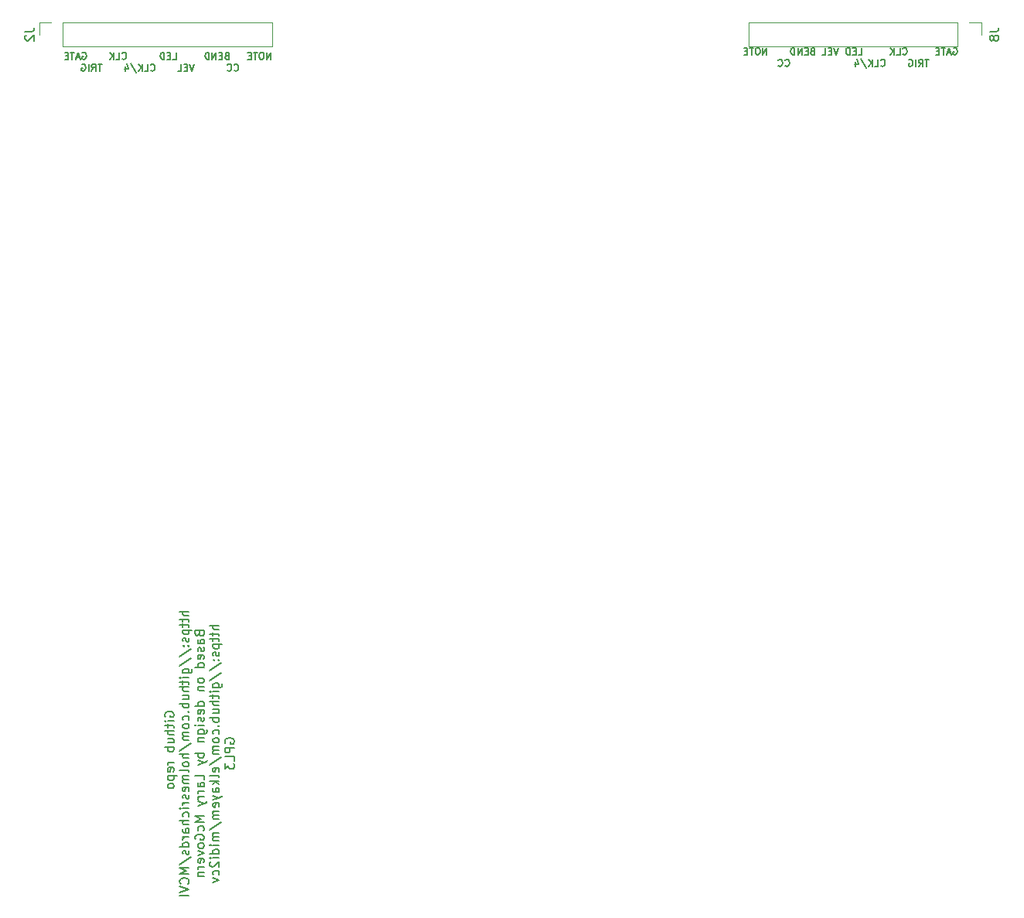
<source format=gbr>
%TF.GenerationSoftware,KiCad,Pcbnew,5.1.9-73d0e3b20d~88~ubuntu20.04.1*%
%TF.CreationDate,2021-03-06T16:45:59-05:00*%
%TF.ProjectId,MCVI,4d435649-2e6b-4696-9361-645f70636258,rev?*%
%TF.SameCoordinates,Original*%
%TF.FileFunction,Legend,Bot*%
%TF.FilePolarity,Positive*%
%FSLAX46Y46*%
G04 Gerber Fmt 4.6, Leading zero omitted, Abs format (unit mm)*
G04 Created by KiCad (PCBNEW 5.1.9-73d0e3b20d~88~ubuntu20.04.1) date 2021-03-06 16:45:59*
%MOMM*%
%LPD*%
G01*
G04 APERTURE LIST*
%ADD10C,0.150000*%
%ADD11C,0.120000*%
G04 APERTURE END LIST*
D10*
X150750000Y-68987500D02*
X150821428Y-68951785D01*
X150928571Y-68951785D01*
X151035714Y-68987500D01*
X151107142Y-69058928D01*
X151142857Y-69130357D01*
X151178571Y-69273214D01*
X151178571Y-69380357D01*
X151142857Y-69523214D01*
X151107142Y-69594642D01*
X151035714Y-69666071D01*
X150928571Y-69701785D01*
X150857142Y-69701785D01*
X150750000Y-69666071D01*
X150714285Y-69630357D01*
X150714285Y-69380357D01*
X150857142Y-69380357D01*
X150428571Y-69487500D02*
X150071428Y-69487500D01*
X150500000Y-69701785D02*
X150250000Y-68951785D01*
X150000000Y-69701785D01*
X149857142Y-68951785D02*
X149428571Y-68951785D01*
X149642857Y-69701785D02*
X149642857Y-68951785D01*
X149178571Y-69308928D02*
X148928571Y-69308928D01*
X148821428Y-69701785D02*
X149178571Y-69701785D01*
X149178571Y-68951785D01*
X148821428Y-68951785D01*
X145214285Y-69630357D02*
X145250000Y-69666071D01*
X145357142Y-69701785D01*
X145428571Y-69701785D01*
X145535714Y-69666071D01*
X145607142Y-69594642D01*
X145642857Y-69523214D01*
X145678571Y-69380357D01*
X145678571Y-69273214D01*
X145642857Y-69130357D01*
X145607142Y-69058928D01*
X145535714Y-68987500D01*
X145428571Y-68951785D01*
X145357142Y-68951785D01*
X145250000Y-68987500D01*
X145214285Y-69023214D01*
X144535714Y-69701785D02*
X144892857Y-69701785D01*
X144892857Y-68951785D01*
X144285714Y-69701785D02*
X144285714Y-68951785D01*
X143857142Y-69701785D02*
X144178571Y-69273214D01*
X143857142Y-68951785D02*
X144285714Y-69380357D01*
X140321428Y-69701785D02*
X140678571Y-69701785D01*
X140678571Y-68951785D01*
X140071428Y-69308928D02*
X139821428Y-69308928D01*
X139714285Y-69701785D02*
X140071428Y-69701785D01*
X140071428Y-68951785D01*
X139714285Y-68951785D01*
X139392857Y-69701785D02*
X139392857Y-68951785D01*
X139214285Y-68951785D01*
X139107142Y-68987500D01*
X139035714Y-69058928D01*
X139000000Y-69130357D01*
X138964285Y-69273214D01*
X138964285Y-69380357D01*
X139000000Y-69523214D01*
X139035714Y-69594642D01*
X139107142Y-69666071D01*
X139214285Y-69701785D01*
X139392857Y-69701785D01*
X138178571Y-68951785D02*
X137928571Y-69701785D01*
X137678571Y-68951785D01*
X137428571Y-69308928D02*
X137178571Y-69308928D01*
X137071428Y-69701785D02*
X137428571Y-69701785D01*
X137428571Y-68951785D01*
X137071428Y-68951785D01*
X136392857Y-69701785D02*
X136750000Y-69701785D01*
X136750000Y-68951785D01*
X135321428Y-69308928D02*
X135214285Y-69344642D01*
X135178571Y-69380357D01*
X135142857Y-69451785D01*
X135142857Y-69558928D01*
X135178571Y-69630357D01*
X135214285Y-69666071D01*
X135285714Y-69701785D01*
X135571428Y-69701785D01*
X135571428Y-68951785D01*
X135321428Y-68951785D01*
X135250000Y-68987500D01*
X135214285Y-69023214D01*
X135178571Y-69094642D01*
X135178571Y-69166071D01*
X135214285Y-69237500D01*
X135250000Y-69273214D01*
X135321428Y-69308928D01*
X135571428Y-69308928D01*
X134821428Y-69308928D02*
X134571428Y-69308928D01*
X134464285Y-69701785D02*
X134821428Y-69701785D01*
X134821428Y-68951785D01*
X134464285Y-68951785D01*
X134142857Y-69701785D02*
X134142857Y-68951785D01*
X133714285Y-69701785D01*
X133714285Y-68951785D01*
X133357142Y-69701785D02*
X133357142Y-68951785D01*
X133178571Y-68951785D01*
X133071428Y-68987500D01*
X133000000Y-69058928D01*
X132964285Y-69130357D01*
X132928571Y-69273214D01*
X132928571Y-69380357D01*
X132964285Y-69523214D01*
X133000000Y-69594642D01*
X133071428Y-69666071D01*
X133178571Y-69701785D01*
X133357142Y-69701785D01*
X130321428Y-69701785D02*
X130321428Y-68951785D01*
X129892857Y-69701785D01*
X129892857Y-68951785D01*
X129392857Y-68951785D02*
X129250000Y-68951785D01*
X129178571Y-68987500D01*
X129107142Y-69058928D01*
X129071428Y-69201785D01*
X129071428Y-69451785D01*
X129107142Y-69594642D01*
X129178571Y-69666071D01*
X129250000Y-69701785D01*
X129392857Y-69701785D01*
X129464285Y-69666071D01*
X129535714Y-69594642D01*
X129571428Y-69451785D01*
X129571428Y-69201785D01*
X129535714Y-69058928D01*
X129464285Y-68987500D01*
X129392857Y-68951785D01*
X128857142Y-68951785D02*
X128428571Y-68951785D01*
X128642857Y-69701785D02*
X128642857Y-68951785D01*
X128178571Y-69308928D02*
X127928571Y-69308928D01*
X127821428Y-69701785D02*
X128178571Y-69701785D01*
X128178571Y-68951785D01*
X127821428Y-68951785D01*
X148053571Y-70226785D02*
X147625000Y-70226785D01*
X147839285Y-70976785D02*
X147839285Y-70226785D01*
X146946428Y-70976785D02*
X147196428Y-70619642D01*
X147375000Y-70976785D02*
X147375000Y-70226785D01*
X147089285Y-70226785D01*
X147017857Y-70262500D01*
X146982142Y-70298214D01*
X146946428Y-70369642D01*
X146946428Y-70476785D01*
X146982142Y-70548214D01*
X147017857Y-70583928D01*
X147089285Y-70619642D01*
X147375000Y-70619642D01*
X146625000Y-70976785D02*
X146625000Y-70226785D01*
X145875000Y-70262500D02*
X145946428Y-70226785D01*
X146053571Y-70226785D01*
X146160714Y-70262500D01*
X146232142Y-70333928D01*
X146267857Y-70405357D01*
X146303571Y-70548214D01*
X146303571Y-70655357D01*
X146267857Y-70798214D01*
X146232142Y-70869642D01*
X146160714Y-70941071D01*
X146053571Y-70976785D01*
X145982142Y-70976785D01*
X145875000Y-70941071D01*
X145839285Y-70905357D01*
X145839285Y-70655357D01*
X145982142Y-70655357D01*
X142803571Y-70905357D02*
X142839285Y-70941071D01*
X142946428Y-70976785D01*
X143017857Y-70976785D01*
X143125000Y-70941071D01*
X143196428Y-70869642D01*
X143232142Y-70798214D01*
X143267857Y-70655357D01*
X143267857Y-70548214D01*
X143232142Y-70405357D01*
X143196428Y-70333928D01*
X143125000Y-70262500D01*
X143017857Y-70226785D01*
X142946428Y-70226785D01*
X142839285Y-70262500D01*
X142803571Y-70298214D01*
X142125000Y-70976785D02*
X142482142Y-70976785D01*
X142482142Y-70226785D01*
X141875000Y-70976785D02*
X141875000Y-70226785D01*
X141446428Y-70976785D02*
X141767857Y-70548214D01*
X141446428Y-70226785D02*
X141875000Y-70655357D01*
X140589285Y-70191071D02*
X141232142Y-71155357D01*
X140017857Y-70476785D02*
X140017857Y-70976785D01*
X140196428Y-70191071D02*
X140375000Y-70726785D01*
X139910714Y-70726785D01*
X132339285Y-70905357D02*
X132375000Y-70941071D01*
X132482142Y-70976785D01*
X132553571Y-70976785D01*
X132660714Y-70941071D01*
X132732142Y-70869642D01*
X132767857Y-70798214D01*
X132803571Y-70655357D01*
X132803571Y-70548214D01*
X132767857Y-70405357D01*
X132732142Y-70333928D01*
X132660714Y-70262500D01*
X132553571Y-70226785D01*
X132482142Y-70226785D01*
X132375000Y-70262500D01*
X132339285Y-70298214D01*
X131589285Y-70905357D02*
X131625000Y-70941071D01*
X131732142Y-70976785D01*
X131803571Y-70976785D01*
X131910714Y-70941071D01*
X131982142Y-70869642D01*
X132017857Y-70798214D01*
X132053571Y-70655357D01*
X132053571Y-70548214D01*
X132017857Y-70405357D01*
X131982142Y-70333928D01*
X131910714Y-70262500D01*
X131803571Y-70226785D01*
X131732142Y-70226785D01*
X131625000Y-70262500D01*
X131589285Y-70298214D01*
X76000000Y-70201785D02*
X76000000Y-69451785D01*
X75571428Y-70201785D01*
X75571428Y-69451785D01*
X75071428Y-69451785D02*
X74928571Y-69451785D01*
X74857142Y-69487500D01*
X74785714Y-69558928D01*
X74750000Y-69701785D01*
X74750000Y-69951785D01*
X74785714Y-70094642D01*
X74857142Y-70166071D01*
X74928571Y-70201785D01*
X75071428Y-70201785D01*
X75142857Y-70166071D01*
X75214285Y-70094642D01*
X75250000Y-69951785D01*
X75250000Y-69701785D01*
X75214285Y-69558928D01*
X75142857Y-69487500D01*
X75071428Y-69451785D01*
X74535714Y-69451785D02*
X74107142Y-69451785D01*
X74321428Y-70201785D02*
X74321428Y-69451785D01*
X73857142Y-69808928D02*
X73607142Y-69808928D01*
X73500000Y-70201785D02*
X73857142Y-70201785D01*
X73857142Y-69451785D01*
X73500000Y-69451785D01*
X71214285Y-69808928D02*
X71107142Y-69844642D01*
X71071428Y-69880357D01*
X71035714Y-69951785D01*
X71035714Y-70058928D01*
X71071428Y-70130357D01*
X71107142Y-70166071D01*
X71178571Y-70201785D01*
X71464285Y-70201785D01*
X71464285Y-69451785D01*
X71214285Y-69451785D01*
X71142857Y-69487500D01*
X71107142Y-69523214D01*
X71071428Y-69594642D01*
X71071428Y-69666071D01*
X71107142Y-69737500D01*
X71142857Y-69773214D01*
X71214285Y-69808928D01*
X71464285Y-69808928D01*
X70714285Y-69808928D02*
X70464285Y-69808928D01*
X70357142Y-70201785D02*
X70714285Y-70201785D01*
X70714285Y-69451785D01*
X70357142Y-69451785D01*
X70035714Y-70201785D02*
X70035714Y-69451785D01*
X69607142Y-70201785D01*
X69607142Y-69451785D01*
X69250000Y-70201785D02*
X69250000Y-69451785D01*
X69071428Y-69451785D01*
X68964285Y-69487500D01*
X68892857Y-69558928D01*
X68857142Y-69630357D01*
X68821428Y-69773214D01*
X68821428Y-69880357D01*
X68857142Y-70023214D01*
X68892857Y-70094642D01*
X68964285Y-70166071D01*
X69071428Y-70201785D01*
X69250000Y-70201785D01*
X65285714Y-70201785D02*
X65642857Y-70201785D01*
X65642857Y-69451785D01*
X65035714Y-69808928D02*
X64785714Y-69808928D01*
X64678571Y-70201785D02*
X65035714Y-70201785D01*
X65035714Y-69451785D01*
X64678571Y-69451785D01*
X64357142Y-70201785D02*
X64357142Y-69451785D01*
X64178571Y-69451785D01*
X64071428Y-69487500D01*
X64000000Y-69558928D01*
X63964285Y-69630357D01*
X63928571Y-69773214D01*
X63928571Y-69880357D01*
X63964285Y-70023214D01*
X64000000Y-70094642D01*
X64071428Y-70166071D01*
X64178571Y-70201785D01*
X64357142Y-70201785D01*
X59750000Y-70130357D02*
X59785714Y-70166071D01*
X59892857Y-70201785D01*
X59964285Y-70201785D01*
X60071428Y-70166071D01*
X60142857Y-70094642D01*
X60178571Y-70023214D01*
X60214285Y-69880357D01*
X60214285Y-69773214D01*
X60178571Y-69630357D01*
X60142857Y-69558928D01*
X60071428Y-69487500D01*
X59964285Y-69451785D01*
X59892857Y-69451785D01*
X59785714Y-69487500D01*
X59750000Y-69523214D01*
X59071428Y-70201785D02*
X59428571Y-70201785D01*
X59428571Y-69451785D01*
X58821428Y-70201785D02*
X58821428Y-69451785D01*
X58392857Y-70201785D02*
X58714285Y-69773214D01*
X58392857Y-69451785D02*
X58821428Y-69880357D01*
X55392857Y-69487500D02*
X55464285Y-69451785D01*
X55571428Y-69451785D01*
X55678571Y-69487500D01*
X55750000Y-69558928D01*
X55785714Y-69630357D01*
X55821428Y-69773214D01*
X55821428Y-69880357D01*
X55785714Y-70023214D01*
X55750000Y-70094642D01*
X55678571Y-70166071D01*
X55571428Y-70201785D01*
X55500000Y-70201785D01*
X55392857Y-70166071D01*
X55357142Y-70130357D01*
X55357142Y-69880357D01*
X55500000Y-69880357D01*
X55071428Y-69987500D02*
X54714285Y-69987500D01*
X55142857Y-70201785D02*
X54892857Y-69451785D01*
X54642857Y-70201785D01*
X54500000Y-69451785D02*
X54071428Y-69451785D01*
X54285714Y-70201785D02*
X54285714Y-69451785D01*
X53821428Y-69808928D02*
X53571428Y-69808928D01*
X53464285Y-70201785D02*
X53821428Y-70201785D01*
X53821428Y-69451785D01*
X53464285Y-69451785D01*
X72017857Y-71405357D02*
X72053571Y-71441071D01*
X72160714Y-71476785D01*
X72232142Y-71476785D01*
X72339285Y-71441071D01*
X72410714Y-71369642D01*
X72446428Y-71298214D01*
X72482142Y-71155357D01*
X72482142Y-71048214D01*
X72446428Y-70905357D01*
X72410714Y-70833928D01*
X72339285Y-70762500D01*
X72232142Y-70726785D01*
X72160714Y-70726785D01*
X72053571Y-70762500D01*
X72017857Y-70798214D01*
X71267857Y-71405357D02*
X71303571Y-71441071D01*
X71410714Y-71476785D01*
X71482142Y-71476785D01*
X71589285Y-71441071D01*
X71660714Y-71369642D01*
X71696428Y-71298214D01*
X71732142Y-71155357D01*
X71732142Y-71048214D01*
X71696428Y-70905357D01*
X71660714Y-70833928D01*
X71589285Y-70762500D01*
X71482142Y-70726785D01*
X71410714Y-70726785D01*
X71303571Y-70762500D01*
X71267857Y-70798214D01*
X67625000Y-70726785D02*
X67375000Y-71476785D01*
X67125000Y-70726785D01*
X66875000Y-71083928D02*
X66625000Y-71083928D01*
X66517857Y-71476785D02*
X66875000Y-71476785D01*
X66875000Y-70726785D01*
X66517857Y-70726785D01*
X65839285Y-71476785D02*
X66196428Y-71476785D01*
X66196428Y-70726785D01*
X62875000Y-71405357D02*
X62910714Y-71441071D01*
X63017857Y-71476785D01*
X63089285Y-71476785D01*
X63196428Y-71441071D01*
X63267857Y-71369642D01*
X63303571Y-71298214D01*
X63339285Y-71155357D01*
X63339285Y-71048214D01*
X63303571Y-70905357D01*
X63267857Y-70833928D01*
X63196428Y-70762500D01*
X63089285Y-70726785D01*
X63017857Y-70726785D01*
X62910714Y-70762500D01*
X62875000Y-70798214D01*
X62196428Y-71476785D02*
X62553571Y-71476785D01*
X62553571Y-70726785D01*
X61946428Y-71476785D02*
X61946428Y-70726785D01*
X61517857Y-71476785D02*
X61839285Y-71048214D01*
X61517857Y-70726785D02*
X61946428Y-71155357D01*
X60660714Y-70691071D02*
X61303571Y-71655357D01*
X60089285Y-70976785D02*
X60089285Y-71476785D01*
X60267857Y-70691071D02*
X60446428Y-71226785D01*
X59982142Y-71226785D01*
X57517857Y-70726785D02*
X57089285Y-70726785D01*
X57303571Y-71476785D02*
X57303571Y-70726785D01*
X56410714Y-71476785D02*
X56660714Y-71119642D01*
X56839285Y-71476785D02*
X56839285Y-70726785D01*
X56553571Y-70726785D01*
X56482142Y-70762500D01*
X56446428Y-70798214D01*
X56410714Y-70869642D01*
X56410714Y-70976785D01*
X56446428Y-71048214D01*
X56482142Y-71083928D01*
X56553571Y-71119642D01*
X56839285Y-71119642D01*
X56089285Y-71476785D02*
X56089285Y-70726785D01*
X55339285Y-70762500D02*
X55410714Y-70726785D01*
X55517857Y-70726785D01*
X55625000Y-70762500D01*
X55696428Y-70833928D01*
X55732142Y-70905357D01*
X55767857Y-71048214D01*
X55767857Y-71155357D01*
X55732142Y-71298214D01*
X55696428Y-71369642D01*
X55625000Y-71441071D01*
X55517857Y-71476785D01*
X55446428Y-71476785D01*
X55339285Y-71441071D01*
X55303571Y-71405357D01*
X55303571Y-71155357D01*
X55446428Y-71155357D01*
X64458000Y-142177190D02*
X64410380Y-142081952D01*
X64410380Y-141939095D01*
X64458000Y-141796238D01*
X64553238Y-141701000D01*
X64648476Y-141653380D01*
X64838952Y-141605761D01*
X64981809Y-141605761D01*
X65172285Y-141653380D01*
X65267523Y-141701000D01*
X65362761Y-141796238D01*
X65410380Y-141939095D01*
X65410380Y-142034333D01*
X65362761Y-142177190D01*
X65315142Y-142224809D01*
X64981809Y-142224809D01*
X64981809Y-142034333D01*
X65410380Y-142653380D02*
X64743714Y-142653380D01*
X64410380Y-142653380D02*
X64458000Y-142605761D01*
X64505619Y-142653380D01*
X64458000Y-142701000D01*
X64410380Y-142653380D01*
X64505619Y-142653380D01*
X64743714Y-142986714D02*
X64743714Y-143367666D01*
X64410380Y-143129571D02*
X65267523Y-143129571D01*
X65362761Y-143177190D01*
X65410380Y-143272428D01*
X65410380Y-143367666D01*
X65410380Y-143701000D02*
X64410380Y-143701000D01*
X65410380Y-144129571D02*
X64886571Y-144129571D01*
X64791333Y-144081952D01*
X64743714Y-143986714D01*
X64743714Y-143843857D01*
X64791333Y-143748619D01*
X64838952Y-143701000D01*
X64743714Y-145034333D02*
X65410380Y-145034333D01*
X64743714Y-144605761D02*
X65267523Y-144605761D01*
X65362761Y-144653380D01*
X65410380Y-144748619D01*
X65410380Y-144891476D01*
X65362761Y-144986714D01*
X65315142Y-145034333D01*
X65410380Y-145510523D02*
X64410380Y-145510523D01*
X64791333Y-145510523D02*
X64743714Y-145605761D01*
X64743714Y-145796238D01*
X64791333Y-145891476D01*
X64838952Y-145939095D01*
X64934190Y-145986714D01*
X65219904Y-145986714D01*
X65315142Y-145939095D01*
X65362761Y-145891476D01*
X65410380Y-145796238D01*
X65410380Y-145605761D01*
X65362761Y-145510523D01*
X65410380Y-147177190D02*
X64743714Y-147177190D01*
X64934190Y-147177190D02*
X64838952Y-147224809D01*
X64791333Y-147272428D01*
X64743714Y-147367666D01*
X64743714Y-147462904D01*
X65362761Y-148177190D02*
X65410380Y-148081952D01*
X65410380Y-147891476D01*
X65362761Y-147796238D01*
X65267523Y-147748619D01*
X64886571Y-147748619D01*
X64791333Y-147796238D01*
X64743714Y-147891476D01*
X64743714Y-148081952D01*
X64791333Y-148177190D01*
X64886571Y-148224809D01*
X64981809Y-148224809D01*
X65077047Y-147748619D01*
X64743714Y-148653380D02*
X65743714Y-148653380D01*
X64791333Y-148653380D02*
X64743714Y-148748619D01*
X64743714Y-148939095D01*
X64791333Y-149034333D01*
X64838952Y-149081952D01*
X64934190Y-149129571D01*
X65219904Y-149129571D01*
X65315142Y-149081952D01*
X65362761Y-149034333D01*
X65410380Y-148939095D01*
X65410380Y-148748619D01*
X65362761Y-148653380D01*
X65410380Y-149701000D02*
X65362761Y-149605761D01*
X65315142Y-149558142D01*
X65219904Y-149510523D01*
X64934190Y-149510523D01*
X64838952Y-149558142D01*
X64791333Y-149605761D01*
X64743714Y-149701000D01*
X64743714Y-149843857D01*
X64791333Y-149939095D01*
X64838952Y-149986714D01*
X64934190Y-150034333D01*
X65219904Y-150034333D01*
X65315142Y-149986714D01*
X65362761Y-149939095D01*
X65410380Y-149843857D01*
X65410380Y-149701000D01*
X67060380Y-130653380D02*
X66060380Y-130653380D01*
X67060380Y-131081952D02*
X66536571Y-131081952D01*
X66441333Y-131034333D01*
X66393714Y-130939095D01*
X66393714Y-130796238D01*
X66441333Y-130701000D01*
X66488952Y-130653380D01*
X66393714Y-131415285D02*
X66393714Y-131796238D01*
X66060380Y-131558142D02*
X66917523Y-131558142D01*
X67012761Y-131605761D01*
X67060380Y-131701000D01*
X67060380Y-131796238D01*
X66393714Y-131986714D02*
X66393714Y-132367666D01*
X66060380Y-132129571D02*
X66917523Y-132129571D01*
X67012761Y-132177190D01*
X67060380Y-132272428D01*
X67060380Y-132367666D01*
X66393714Y-132701000D02*
X67393714Y-132701000D01*
X66441333Y-132701000D02*
X66393714Y-132796238D01*
X66393714Y-132986714D01*
X66441333Y-133081952D01*
X66488952Y-133129571D01*
X66584190Y-133177190D01*
X66869904Y-133177190D01*
X66965142Y-133129571D01*
X67012761Y-133081952D01*
X67060380Y-132986714D01*
X67060380Y-132796238D01*
X67012761Y-132701000D01*
X67012761Y-133558142D02*
X67060380Y-133653380D01*
X67060380Y-133843857D01*
X67012761Y-133939095D01*
X66917523Y-133986714D01*
X66869904Y-133986714D01*
X66774666Y-133939095D01*
X66727047Y-133843857D01*
X66727047Y-133701000D01*
X66679428Y-133605761D01*
X66584190Y-133558142D01*
X66536571Y-133558142D01*
X66441333Y-133605761D01*
X66393714Y-133701000D01*
X66393714Y-133843857D01*
X66441333Y-133939095D01*
X66965142Y-134415285D02*
X67012761Y-134462904D01*
X67060380Y-134415285D01*
X67012761Y-134367666D01*
X66965142Y-134415285D01*
X67060380Y-134415285D01*
X66441333Y-134415285D02*
X66488952Y-134462904D01*
X66536571Y-134415285D01*
X66488952Y-134367666D01*
X66441333Y-134415285D01*
X66536571Y-134415285D01*
X66012761Y-135605761D02*
X67298476Y-134748619D01*
X66012761Y-136653380D02*
X67298476Y-135796238D01*
X66393714Y-137415285D02*
X67203238Y-137415285D01*
X67298476Y-137367666D01*
X67346095Y-137320047D01*
X67393714Y-137224809D01*
X67393714Y-137081952D01*
X67346095Y-136986714D01*
X67012761Y-137415285D02*
X67060380Y-137320047D01*
X67060380Y-137129571D01*
X67012761Y-137034333D01*
X66965142Y-136986714D01*
X66869904Y-136939095D01*
X66584190Y-136939095D01*
X66488952Y-136986714D01*
X66441333Y-137034333D01*
X66393714Y-137129571D01*
X66393714Y-137320047D01*
X66441333Y-137415285D01*
X67060380Y-137891476D02*
X66393714Y-137891476D01*
X66060380Y-137891476D02*
X66108000Y-137843857D01*
X66155619Y-137891476D01*
X66108000Y-137939095D01*
X66060380Y-137891476D01*
X66155619Y-137891476D01*
X66393714Y-138224809D02*
X66393714Y-138605761D01*
X66060380Y-138367666D02*
X66917523Y-138367666D01*
X67012761Y-138415285D01*
X67060380Y-138510523D01*
X67060380Y-138605761D01*
X67060380Y-138939095D02*
X66060380Y-138939095D01*
X67060380Y-139367666D02*
X66536571Y-139367666D01*
X66441333Y-139320047D01*
X66393714Y-139224809D01*
X66393714Y-139081952D01*
X66441333Y-138986714D01*
X66488952Y-138939095D01*
X66393714Y-140272428D02*
X67060380Y-140272428D01*
X66393714Y-139843857D02*
X66917523Y-139843857D01*
X67012761Y-139891476D01*
X67060380Y-139986714D01*
X67060380Y-140129571D01*
X67012761Y-140224809D01*
X66965142Y-140272428D01*
X67060380Y-140748619D02*
X66060380Y-140748619D01*
X66441333Y-140748619D02*
X66393714Y-140843857D01*
X66393714Y-141034333D01*
X66441333Y-141129571D01*
X66488952Y-141177190D01*
X66584190Y-141224809D01*
X66869904Y-141224809D01*
X66965142Y-141177190D01*
X67012761Y-141129571D01*
X67060380Y-141034333D01*
X67060380Y-140843857D01*
X67012761Y-140748619D01*
X66965142Y-141653380D02*
X67012761Y-141701000D01*
X67060380Y-141653380D01*
X67012761Y-141605761D01*
X66965142Y-141653380D01*
X67060380Y-141653380D01*
X67012761Y-142558142D02*
X67060380Y-142462904D01*
X67060380Y-142272428D01*
X67012761Y-142177190D01*
X66965142Y-142129571D01*
X66869904Y-142081952D01*
X66584190Y-142081952D01*
X66488952Y-142129571D01*
X66441333Y-142177190D01*
X66393714Y-142272428D01*
X66393714Y-142462904D01*
X66441333Y-142558142D01*
X67060380Y-143129571D02*
X67012761Y-143034333D01*
X66965142Y-142986714D01*
X66869904Y-142939095D01*
X66584190Y-142939095D01*
X66488952Y-142986714D01*
X66441333Y-143034333D01*
X66393714Y-143129571D01*
X66393714Y-143272428D01*
X66441333Y-143367666D01*
X66488952Y-143415285D01*
X66584190Y-143462904D01*
X66869904Y-143462904D01*
X66965142Y-143415285D01*
X67012761Y-143367666D01*
X67060380Y-143272428D01*
X67060380Y-143129571D01*
X67060380Y-143891476D02*
X66393714Y-143891476D01*
X66488952Y-143891476D02*
X66441333Y-143939095D01*
X66393714Y-144034333D01*
X66393714Y-144177190D01*
X66441333Y-144272428D01*
X66536571Y-144320047D01*
X67060380Y-144320047D01*
X66536571Y-144320047D02*
X66441333Y-144367666D01*
X66393714Y-144462904D01*
X66393714Y-144605761D01*
X66441333Y-144701000D01*
X66536571Y-144748619D01*
X67060380Y-144748619D01*
X66012761Y-145939095D02*
X67298476Y-145081952D01*
X67060380Y-146272428D02*
X66060380Y-146272428D01*
X67060380Y-146701000D02*
X66536571Y-146701000D01*
X66441333Y-146653380D01*
X66393714Y-146558142D01*
X66393714Y-146415285D01*
X66441333Y-146320047D01*
X66488952Y-146272428D01*
X67060380Y-147320047D02*
X67012761Y-147224809D01*
X66965142Y-147177190D01*
X66869904Y-147129571D01*
X66584190Y-147129571D01*
X66488952Y-147177190D01*
X66441333Y-147224809D01*
X66393714Y-147320047D01*
X66393714Y-147462904D01*
X66441333Y-147558142D01*
X66488952Y-147605761D01*
X66584190Y-147653380D01*
X66869904Y-147653380D01*
X66965142Y-147605761D01*
X67012761Y-147558142D01*
X67060380Y-147462904D01*
X67060380Y-147320047D01*
X67060380Y-148224809D02*
X67012761Y-148129571D01*
X66917523Y-148081952D01*
X66060380Y-148081952D01*
X67060380Y-148605761D02*
X66393714Y-148605761D01*
X66488952Y-148605761D02*
X66441333Y-148653380D01*
X66393714Y-148748619D01*
X66393714Y-148891476D01*
X66441333Y-148986714D01*
X66536571Y-149034333D01*
X67060380Y-149034333D01*
X66536571Y-149034333D02*
X66441333Y-149081952D01*
X66393714Y-149177190D01*
X66393714Y-149320047D01*
X66441333Y-149415285D01*
X66536571Y-149462904D01*
X67060380Y-149462904D01*
X67012761Y-150320047D02*
X67060380Y-150224809D01*
X67060380Y-150034333D01*
X67012761Y-149939095D01*
X66917523Y-149891476D01*
X66536571Y-149891476D01*
X66441333Y-149939095D01*
X66393714Y-150034333D01*
X66393714Y-150224809D01*
X66441333Y-150320047D01*
X66536571Y-150367666D01*
X66631809Y-150367666D01*
X66727047Y-149891476D01*
X67012761Y-150748619D02*
X67060380Y-150843857D01*
X67060380Y-151034333D01*
X67012761Y-151129571D01*
X66917523Y-151177190D01*
X66869904Y-151177190D01*
X66774666Y-151129571D01*
X66727047Y-151034333D01*
X66727047Y-150891476D01*
X66679428Y-150796238D01*
X66584190Y-150748619D01*
X66536571Y-150748619D01*
X66441333Y-150796238D01*
X66393714Y-150891476D01*
X66393714Y-151034333D01*
X66441333Y-151129571D01*
X67060380Y-151605761D02*
X66393714Y-151605761D01*
X66584190Y-151605761D02*
X66488952Y-151653380D01*
X66441333Y-151701000D01*
X66393714Y-151796238D01*
X66393714Y-151891476D01*
X67060380Y-152224809D02*
X66393714Y-152224809D01*
X66060380Y-152224809D02*
X66108000Y-152177190D01*
X66155619Y-152224809D01*
X66108000Y-152272428D01*
X66060380Y-152224809D01*
X66155619Y-152224809D01*
X67012761Y-153129571D02*
X67060380Y-153034333D01*
X67060380Y-152843857D01*
X67012761Y-152748619D01*
X66965142Y-152701000D01*
X66869904Y-152653380D01*
X66584190Y-152653380D01*
X66488952Y-152701000D01*
X66441333Y-152748619D01*
X66393714Y-152843857D01*
X66393714Y-153034333D01*
X66441333Y-153129571D01*
X67060380Y-153558142D02*
X66060380Y-153558142D01*
X67060380Y-153986714D02*
X66536571Y-153986714D01*
X66441333Y-153939095D01*
X66393714Y-153843857D01*
X66393714Y-153701000D01*
X66441333Y-153605761D01*
X66488952Y-153558142D01*
X67060380Y-154891476D02*
X66536571Y-154891476D01*
X66441333Y-154843857D01*
X66393714Y-154748619D01*
X66393714Y-154558142D01*
X66441333Y-154462904D01*
X67012761Y-154891476D02*
X67060380Y-154796238D01*
X67060380Y-154558142D01*
X67012761Y-154462904D01*
X66917523Y-154415285D01*
X66822285Y-154415285D01*
X66727047Y-154462904D01*
X66679428Y-154558142D01*
X66679428Y-154796238D01*
X66631809Y-154891476D01*
X67060380Y-155367666D02*
X66393714Y-155367666D01*
X66584190Y-155367666D02*
X66488952Y-155415285D01*
X66441333Y-155462904D01*
X66393714Y-155558142D01*
X66393714Y-155653380D01*
X67060380Y-156415285D02*
X66060380Y-156415285D01*
X67012761Y-156415285D02*
X67060380Y-156320047D01*
X67060380Y-156129571D01*
X67012761Y-156034333D01*
X66965142Y-155986714D01*
X66869904Y-155939095D01*
X66584190Y-155939095D01*
X66488952Y-155986714D01*
X66441333Y-156034333D01*
X66393714Y-156129571D01*
X66393714Y-156320047D01*
X66441333Y-156415285D01*
X67012761Y-156843857D02*
X67060380Y-156939095D01*
X67060380Y-157129571D01*
X67012761Y-157224809D01*
X66917523Y-157272428D01*
X66869904Y-157272428D01*
X66774666Y-157224809D01*
X66727047Y-157129571D01*
X66727047Y-156986714D01*
X66679428Y-156891476D01*
X66584190Y-156843857D01*
X66536571Y-156843857D01*
X66441333Y-156891476D01*
X66393714Y-156986714D01*
X66393714Y-157129571D01*
X66441333Y-157224809D01*
X66012761Y-158415285D02*
X67298476Y-157558142D01*
X67060380Y-158748619D02*
X66060380Y-158748619D01*
X66774666Y-159081952D01*
X66060380Y-159415285D01*
X67060380Y-159415285D01*
X66965142Y-160462904D02*
X67012761Y-160415285D01*
X67060380Y-160272428D01*
X67060380Y-160177190D01*
X67012761Y-160034333D01*
X66917523Y-159939095D01*
X66822285Y-159891476D01*
X66631809Y-159843857D01*
X66488952Y-159843857D01*
X66298476Y-159891476D01*
X66203238Y-159939095D01*
X66108000Y-160034333D01*
X66060380Y-160177190D01*
X66060380Y-160272428D01*
X66108000Y-160415285D01*
X66155619Y-160462904D01*
X66060380Y-160748619D02*
X67060380Y-161081952D01*
X66060380Y-161415285D01*
X67060380Y-161748619D02*
X66060380Y-161748619D01*
X68186571Y-133081952D02*
X68234190Y-133224809D01*
X68281809Y-133272428D01*
X68377047Y-133320047D01*
X68519904Y-133320047D01*
X68615142Y-133272428D01*
X68662761Y-133224809D01*
X68710380Y-133129571D01*
X68710380Y-132748619D01*
X67710380Y-132748619D01*
X67710380Y-133081952D01*
X67758000Y-133177190D01*
X67805619Y-133224809D01*
X67900857Y-133272428D01*
X67996095Y-133272428D01*
X68091333Y-133224809D01*
X68138952Y-133177190D01*
X68186571Y-133081952D01*
X68186571Y-132748619D01*
X68710380Y-134177190D02*
X68186571Y-134177190D01*
X68091333Y-134129571D01*
X68043714Y-134034333D01*
X68043714Y-133843857D01*
X68091333Y-133748619D01*
X68662761Y-134177190D02*
X68710380Y-134081952D01*
X68710380Y-133843857D01*
X68662761Y-133748619D01*
X68567523Y-133700999D01*
X68472285Y-133700999D01*
X68377047Y-133748619D01*
X68329428Y-133843857D01*
X68329428Y-134081952D01*
X68281809Y-134177190D01*
X68662761Y-134605761D02*
X68710380Y-134701000D01*
X68710380Y-134891476D01*
X68662761Y-134986714D01*
X68567523Y-135034333D01*
X68519904Y-135034333D01*
X68424666Y-134986714D01*
X68377047Y-134891476D01*
X68377047Y-134748619D01*
X68329428Y-134653380D01*
X68234190Y-134605761D01*
X68186571Y-134605761D01*
X68091333Y-134653380D01*
X68043714Y-134748619D01*
X68043714Y-134891476D01*
X68091333Y-134986714D01*
X68662761Y-135843857D02*
X68710380Y-135748619D01*
X68710380Y-135558142D01*
X68662761Y-135462904D01*
X68567523Y-135415285D01*
X68186571Y-135415285D01*
X68091333Y-135462904D01*
X68043714Y-135558142D01*
X68043714Y-135748619D01*
X68091333Y-135843857D01*
X68186571Y-135891476D01*
X68281809Y-135891476D01*
X68377047Y-135415285D01*
X68710380Y-136748619D02*
X67710380Y-136748619D01*
X68662761Y-136748619D02*
X68710380Y-136653380D01*
X68710380Y-136462904D01*
X68662761Y-136367666D01*
X68615142Y-136320047D01*
X68519904Y-136272428D01*
X68234190Y-136272428D01*
X68138952Y-136320047D01*
X68091333Y-136367666D01*
X68043714Y-136462904D01*
X68043714Y-136653380D01*
X68091333Y-136748619D01*
X68710380Y-138129571D02*
X68662761Y-138034333D01*
X68615142Y-137986714D01*
X68519904Y-137939095D01*
X68234190Y-137939095D01*
X68138952Y-137986714D01*
X68091333Y-138034333D01*
X68043714Y-138129571D01*
X68043714Y-138272428D01*
X68091333Y-138367666D01*
X68138952Y-138415285D01*
X68234190Y-138462904D01*
X68519904Y-138462904D01*
X68615142Y-138415285D01*
X68662761Y-138367666D01*
X68710380Y-138272428D01*
X68710380Y-138129571D01*
X68043714Y-138891476D02*
X68710380Y-138891476D01*
X68138952Y-138891476D02*
X68091333Y-138939095D01*
X68043714Y-139034333D01*
X68043714Y-139177190D01*
X68091333Y-139272428D01*
X68186571Y-139320047D01*
X68710380Y-139320047D01*
X68710380Y-140986714D02*
X67710380Y-140986714D01*
X68662761Y-140986714D02*
X68710380Y-140891476D01*
X68710380Y-140701000D01*
X68662761Y-140605761D01*
X68615142Y-140558142D01*
X68519904Y-140510523D01*
X68234190Y-140510523D01*
X68138952Y-140558142D01*
X68091333Y-140605761D01*
X68043714Y-140701000D01*
X68043714Y-140891476D01*
X68091333Y-140986714D01*
X68662761Y-141843857D02*
X68710380Y-141748619D01*
X68710380Y-141558142D01*
X68662761Y-141462904D01*
X68567523Y-141415285D01*
X68186571Y-141415285D01*
X68091333Y-141462904D01*
X68043714Y-141558142D01*
X68043714Y-141748619D01*
X68091333Y-141843857D01*
X68186571Y-141891476D01*
X68281809Y-141891476D01*
X68377047Y-141415285D01*
X68662761Y-142272428D02*
X68710380Y-142367666D01*
X68710380Y-142558142D01*
X68662761Y-142653380D01*
X68567523Y-142701000D01*
X68519904Y-142701000D01*
X68424666Y-142653380D01*
X68377047Y-142558142D01*
X68377047Y-142415285D01*
X68329428Y-142320047D01*
X68234190Y-142272428D01*
X68186571Y-142272428D01*
X68091333Y-142320047D01*
X68043714Y-142415285D01*
X68043714Y-142558142D01*
X68091333Y-142653380D01*
X68710380Y-143129571D02*
X68043714Y-143129571D01*
X67710380Y-143129571D02*
X67758000Y-143081952D01*
X67805619Y-143129571D01*
X67758000Y-143177190D01*
X67710380Y-143129571D01*
X67805619Y-143129571D01*
X68043714Y-144034333D02*
X68853238Y-144034333D01*
X68948476Y-143986714D01*
X68996095Y-143939095D01*
X69043714Y-143843857D01*
X69043714Y-143701000D01*
X68996095Y-143605761D01*
X68662761Y-144034333D02*
X68710380Y-143939095D01*
X68710380Y-143748619D01*
X68662761Y-143653380D01*
X68615142Y-143605761D01*
X68519904Y-143558142D01*
X68234190Y-143558142D01*
X68138952Y-143605761D01*
X68091333Y-143653380D01*
X68043714Y-143748619D01*
X68043714Y-143939095D01*
X68091333Y-144034333D01*
X68043714Y-144510523D02*
X68710380Y-144510523D01*
X68138952Y-144510523D02*
X68091333Y-144558142D01*
X68043714Y-144653380D01*
X68043714Y-144796238D01*
X68091333Y-144891476D01*
X68186571Y-144939095D01*
X68710380Y-144939095D01*
X68710380Y-146177190D02*
X67710380Y-146177190D01*
X68091333Y-146177190D02*
X68043714Y-146272428D01*
X68043714Y-146462904D01*
X68091333Y-146558142D01*
X68138952Y-146605761D01*
X68234190Y-146653380D01*
X68519904Y-146653380D01*
X68615142Y-146605761D01*
X68662761Y-146558142D01*
X68710380Y-146462904D01*
X68710380Y-146272428D01*
X68662761Y-146177190D01*
X68043714Y-146986714D02*
X68710380Y-147224809D01*
X68043714Y-147462904D02*
X68710380Y-147224809D01*
X68948476Y-147129571D01*
X68996095Y-147081952D01*
X69043714Y-146986714D01*
X68710380Y-149081952D02*
X68710380Y-148605761D01*
X67710380Y-148605761D01*
X68710380Y-149843857D02*
X68186571Y-149843857D01*
X68091333Y-149796238D01*
X68043714Y-149700999D01*
X68043714Y-149510523D01*
X68091333Y-149415285D01*
X68662761Y-149843857D02*
X68710380Y-149748619D01*
X68710380Y-149510523D01*
X68662761Y-149415285D01*
X68567523Y-149367666D01*
X68472285Y-149367666D01*
X68377047Y-149415285D01*
X68329428Y-149510523D01*
X68329428Y-149748619D01*
X68281809Y-149843857D01*
X68710380Y-150320047D02*
X68043714Y-150320047D01*
X68234190Y-150320047D02*
X68138952Y-150367666D01*
X68091333Y-150415285D01*
X68043714Y-150510523D01*
X68043714Y-150605761D01*
X68710380Y-150939095D02*
X68043714Y-150939095D01*
X68234190Y-150939095D02*
X68138952Y-150986714D01*
X68091333Y-151034333D01*
X68043714Y-151129571D01*
X68043714Y-151224809D01*
X68043714Y-151462904D02*
X68710380Y-151700999D01*
X68043714Y-151939095D02*
X68710380Y-151700999D01*
X68948476Y-151605761D01*
X68996095Y-151558142D01*
X69043714Y-151462904D01*
X68710380Y-153081952D02*
X67710380Y-153081952D01*
X68424666Y-153415285D01*
X67710380Y-153748619D01*
X68710380Y-153748619D01*
X68662761Y-154653380D02*
X68710380Y-154558142D01*
X68710380Y-154367666D01*
X68662761Y-154272428D01*
X68615142Y-154224809D01*
X68519904Y-154177190D01*
X68234190Y-154177190D01*
X68138952Y-154224809D01*
X68091333Y-154272428D01*
X68043714Y-154367666D01*
X68043714Y-154558142D01*
X68091333Y-154653380D01*
X67758000Y-155605761D02*
X67710380Y-155510523D01*
X67710380Y-155367666D01*
X67758000Y-155224809D01*
X67853238Y-155129571D01*
X67948476Y-155081952D01*
X68138952Y-155034333D01*
X68281809Y-155034333D01*
X68472285Y-155081952D01*
X68567523Y-155129571D01*
X68662761Y-155224809D01*
X68710380Y-155367666D01*
X68710380Y-155462904D01*
X68662761Y-155605761D01*
X68615142Y-155653380D01*
X68281809Y-155653380D01*
X68281809Y-155462904D01*
X68710380Y-156224809D02*
X68662761Y-156129571D01*
X68615142Y-156081952D01*
X68519904Y-156034333D01*
X68234190Y-156034333D01*
X68138952Y-156081952D01*
X68091333Y-156129571D01*
X68043714Y-156224809D01*
X68043714Y-156367666D01*
X68091333Y-156462904D01*
X68138952Y-156510523D01*
X68234190Y-156558142D01*
X68519904Y-156558142D01*
X68615142Y-156510523D01*
X68662761Y-156462904D01*
X68710380Y-156367666D01*
X68710380Y-156224809D01*
X68043714Y-156891476D02*
X68710380Y-157129571D01*
X68043714Y-157367666D01*
X68662761Y-158129571D02*
X68710380Y-158034333D01*
X68710380Y-157843857D01*
X68662761Y-157748619D01*
X68567523Y-157700999D01*
X68186571Y-157700999D01*
X68091333Y-157748619D01*
X68043714Y-157843857D01*
X68043714Y-158034333D01*
X68091333Y-158129571D01*
X68186571Y-158177190D01*
X68281809Y-158177190D01*
X68377047Y-157700999D01*
X68710380Y-158605761D02*
X68043714Y-158605761D01*
X68234190Y-158605761D02*
X68138952Y-158653380D01*
X68091333Y-158700999D01*
X68043714Y-158796238D01*
X68043714Y-158891476D01*
X68043714Y-159224809D02*
X68710380Y-159224809D01*
X68138952Y-159224809D02*
X68091333Y-159272428D01*
X68043714Y-159367666D01*
X68043714Y-159510523D01*
X68091333Y-159605761D01*
X68186571Y-159653380D01*
X68710380Y-159653380D01*
X70360380Y-132201000D02*
X69360380Y-132201000D01*
X70360380Y-132629571D02*
X69836571Y-132629571D01*
X69741333Y-132581952D01*
X69693714Y-132486714D01*
X69693714Y-132343857D01*
X69741333Y-132248619D01*
X69788952Y-132201000D01*
X69693714Y-132962904D02*
X69693714Y-133343857D01*
X69360380Y-133105761D02*
X70217523Y-133105761D01*
X70312761Y-133153380D01*
X70360380Y-133248619D01*
X70360380Y-133343857D01*
X69693714Y-133534333D02*
X69693714Y-133915285D01*
X69360380Y-133677190D02*
X70217523Y-133677190D01*
X70312761Y-133724809D01*
X70360380Y-133820047D01*
X70360380Y-133915285D01*
X69693714Y-134248619D02*
X70693714Y-134248619D01*
X69741333Y-134248619D02*
X69693714Y-134343857D01*
X69693714Y-134534333D01*
X69741333Y-134629571D01*
X69788952Y-134677190D01*
X69884190Y-134724809D01*
X70169904Y-134724809D01*
X70265142Y-134677190D01*
X70312761Y-134629571D01*
X70360380Y-134534333D01*
X70360380Y-134343857D01*
X70312761Y-134248619D01*
X70312761Y-135105761D02*
X70360380Y-135201000D01*
X70360380Y-135391476D01*
X70312761Y-135486714D01*
X70217523Y-135534333D01*
X70169904Y-135534333D01*
X70074666Y-135486714D01*
X70027047Y-135391476D01*
X70027047Y-135248619D01*
X69979428Y-135153380D01*
X69884190Y-135105761D01*
X69836571Y-135105761D01*
X69741333Y-135153380D01*
X69693714Y-135248619D01*
X69693714Y-135391476D01*
X69741333Y-135486714D01*
X70265142Y-135962904D02*
X70312761Y-136010523D01*
X70360380Y-135962904D01*
X70312761Y-135915285D01*
X70265142Y-135962904D01*
X70360380Y-135962904D01*
X69741333Y-135962904D02*
X69788952Y-136010523D01*
X69836571Y-135962904D01*
X69788952Y-135915285D01*
X69741333Y-135962904D01*
X69836571Y-135962904D01*
X69312761Y-137153380D02*
X70598476Y-136296238D01*
X69312761Y-138201000D02*
X70598476Y-137343857D01*
X69693714Y-138962904D02*
X70503238Y-138962904D01*
X70598476Y-138915285D01*
X70646095Y-138867666D01*
X70693714Y-138772428D01*
X70693714Y-138629571D01*
X70646095Y-138534333D01*
X70312761Y-138962904D02*
X70360380Y-138867666D01*
X70360380Y-138677190D01*
X70312761Y-138581952D01*
X70265142Y-138534333D01*
X70169904Y-138486714D01*
X69884190Y-138486714D01*
X69788952Y-138534333D01*
X69741333Y-138581952D01*
X69693714Y-138677190D01*
X69693714Y-138867666D01*
X69741333Y-138962904D01*
X70360380Y-139439095D02*
X69693714Y-139439095D01*
X69360380Y-139439095D02*
X69408000Y-139391476D01*
X69455619Y-139439095D01*
X69408000Y-139486714D01*
X69360380Y-139439095D01*
X69455619Y-139439095D01*
X69693714Y-139772428D02*
X69693714Y-140153380D01*
X69360380Y-139915285D02*
X70217523Y-139915285D01*
X70312761Y-139962904D01*
X70360380Y-140058142D01*
X70360380Y-140153380D01*
X70360380Y-140486714D02*
X69360380Y-140486714D01*
X70360380Y-140915285D02*
X69836571Y-140915285D01*
X69741333Y-140867666D01*
X69693714Y-140772428D01*
X69693714Y-140629571D01*
X69741333Y-140534333D01*
X69788952Y-140486714D01*
X69693714Y-141820047D02*
X70360380Y-141820047D01*
X69693714Y-141391476D02*
X70217523Y-141391476D01*
X70312761Y-141439095D01*
X70360380Y-141534333D01*
X70360380Y-141677190D01*
X70312761Y-141772428D01*
X70265142Y-141820047D01*
X70360380Y-142296238D02*
X69360380Y-142296238D01*
X69741333Y-142296238D02*
X69693714Y-142391476D01*
X69693714Y-142581952D01*
X69741333Y-142677190D01*
X69788952Y-142724809D01*
X69884190Y-142772428D01*
X70169904Y-142772428D01*
X70265142Y-142724809D01*
X70312761Y-142677190D01*
X70360380Y-142581952D01*
X70360380Y-142391476D01*
X70312761Y-142296238D01*
X70265142Y-143201000D02*
X70312761Y-143248619D01*
X70360380Y-143201000D01*
X70312761Y-143153380D01*
X70265142Y-143201000D01*
X70360380Y-143201000D01*
X70312761Y-144105761D02*
X70360380Y-144010523D01*
X70360380Y-143820047D01*
X70312761Y-143724809D01*
X70265142Y-143677190D01*
X70169904Y-143629571D01*
X69884190Y-143629571D01*
X69788952Y-143677190D01*
X69741333Y-143724809D01*
X69693714Y-143820047D01*
X69693714Y-144010523D01*
X69741333Y-144105761D01*
X70360380Y-144677190D02*
X70312761Y-144581952D01*
X70265142Y-144534333D01*
X70169904Y-144486714D01*
X69884190Y-144486714D01*
X69788952Y-144534333D01*
X69741333Y-144581952D01*
X69693714Y-144677190D01*
X69693714Y-144820047D01*
X69741333Y-144915285D01*
X69788952Y-144962904D01*
X69884190Y-145010523D01*
X70169904Y-145010523D01*
X70265142Y-144962904D01*
X70312761Y-144915285D01*
X70360380Y-144820047D01*
X70360380Y-144677190D01*
X70360380Y-145439095D02*
X69693714Y-145439095D01*
X69788952Y-145439095D02*
X69741333Y-145486714D01*
X69693714Y-145581952D01*
X69693714Y-145724809D01*
X69741333Y-145820047D01*
X69836571Y-145867666D01*
X70360380Y-145867666D01*
X69836571Y-145867666D02*
X69741333Y-145915285D01*
X69693714Y-146010523D01*
X69693714Y-146153380D01*
X69741333Y-146248619D01*
X69836571Y-146296238D01*
X70360380Y-146296238D01*
X69312761Y-147486714D02*
X70598476Y-146629571D01*
X70312761Y-148201000D02*
X70360380Y-148105761D01*
X70360380Y-147915285D01*
X70312761Y-147820047D01*
X70217523Y-147772428D01*
X69836571Y-147772428D01*
X69741333Y-147820047D01*
X69693714Y-147915285D01*
X69693714Y-148105761D01*
X69741333Y-148201000D01*
X69836571Y-148248619D01*
X69931809Y-148248619D01*
X70027047Y-147772428D01*
X70360380Y-148820047D02*
X70312761Y-148724809D01*
X70217523Y-148677190D01*
X69360380Y-148677190D01*
X70360380Y-149201000D02*
X69360380Y-149201000D01*
X69979428Y-149296238D02*
X70360380Y-149581952D01*
X69693714Y-149581952D02*
X70074666Y-149201000D01*
X70360380Y-150439095D02*
X69836571Y-150439095D01*
X69741333Y-150391476D01*
X69693714Y-150296238D01*
X69693714Y-150105761D01*
X69741333Y-150010523D01*
X70312761Y-150439095D02*
X70360380Y-150343857D01*
X70360380Y-150105761D01*
X70312761Y-150010523D01*
X70217523Y-149962904D01*
X70122285Y-149962904D01*
X70027047Y-150010523D01*
X69979428Y-150105761D01*
X69979428Y-150343857D01*
X69931809Y-150439095D01*
X69693714Y-150820047D02*
X70360380Y-151058142D01*
X69693714Y-151296238D02*
X70360380Y-151058142D01*
X70598476Y-150962904D01*
X70646095Y-150915285D01*
X70693714Y-150820047D01*
X70312761Y-152058142D02*
X70360380Y-151962904D01*
X70360380Y-151772428D01*
X70312761Y-151677190D01*
X70217523Y-151629571D01*
X69836571Y-151629571D01*
X69741333Y-151677190D01*
X69693714Y-151772428D01*
X69693714Y-151962904D01*
X69741333Y-152058142D01*
X69836571Y-152105761D01*
X69931809Y-152105761D01*
X70027047Y-151629571D01*
X70360380Y-152534333D02*
X69693714Y-152534333D01*
X69788952Y-152534333D02*
X69741333Y-152581952D01*
X69693714Y-152677190D01*
X69693714Y-152820047D01*
X69741333Y-152915285D01*
X69836571Y-152962904D01*
X70360380Y-152962904D01*
X69836571Y-152962904D02*
X69741333Y-153010523D01*
X69693714Y-153105761D01*
X69693714Y-153248619D01*
X69741333Y-153343857D01*
X69836571Y-153391476D01*
X70360380Y-153391476D01*
X69312761Y-154581952D02*
X70598476Y-153724809D01*
X70360380Y-154915285D02*
X69693714Y-154915285D01*
X69788952Y-154915285D02*
X69741333Y-154962904D01*
X69693714Y-155058142D01*
X69693714Y-155201000D01*
X69741333Y-155296238D01*
X69836571Y-155343857D01*
X70360380Y-155343857D01*
X69836571Y-155343857D02*
X69741333Y-155391476D01*
X69693714Y-155486714D01*
X69693714Y-155629571D01*
X69741333Y-155724809D01*
X69836571Y-155772428D01*
X70360380Y-155772428D01*
X70360380Y-156248619D02*
X69693714Y-156248619D01*
X69360380Y-156248619D02*
X69408000Y-156201000D01*
X69455619Y-156248619D01*
X69408000Y-156296238D01*
X69360380Y-156248619D01*
X69455619Y-156248619D01*
X70360380Y-157153380D02*
X69360380Y-157153380D01*
X70312761Y-157153380D02*
X70360380Y-157058142D01*
X70360380Y-156867666D01*
X70312761Y-156772428D01*
X70265142Y-156724809D01*
X70169904Y-156677190D01*
X69884190Y-156677190D01*
X69788952Y-156724809D01*
X69741333Y-156772428D01*
X69693714Y-156867666D01*
X69693714Y-157058142D01*
X69741333Y-157153380D01*
X70360380Y-157629571D02*
X69693714Y-157629571D01*
X69360380Y-157629571D02*
X69408000Y-157581952D01*
X69455619Y-157629571D01*
X69408000Y-157677190D01*
X69360380Y-157629571D01*
X69455619Y-157629571D01*
X69455619Y-158058142D02*
X69408000Y-158105761D01*
X69360380Y-158201000D01*
X69360380Y-158439095D01*
X69408000Y-158534333D01*
X69455619Y-158581952D01*
X69550857Y-158629571D01*
X69646095Y-158629571D01*
X69788952Y-158581952D01*
X70360380Y-158010523D01*
X70360380Y-158629571D01*
X70312761Y-159486714D02*
X70360380Y-159391476D01*
X70360380Y-159201000D01*
X70312761Y-159105761D01*
X70265142Y-159058142D01*
X70169904Y-159010523D01*
X69884190Y-159010523D01*
X69788952Y-159058142D01*
X69741333Y-159105761D01*
X69693714Y-159201000D01*
X69693714Y-159391476D01*
X69741333Y-159486714D01*
X69693714Y-159820047D02*
X70360380Y-160058142D01*
X69693714Y-160296238D01*
X71058000Y-145081952D02*
X71010380Y-144986714D01*
X71010380Y-144843857D01*
X71058000Y-144701000D01*
X71153238Y-144605761D01*
X71248476Y-144558142D01*
X71438952Y-144510523D01*
X71581809Y-144510523D01*
X71772285Y-144558142D01*
X71867523Y-144605761D01*
X71962761Y-144701000D01*
X72010380Y-144843857D01*
X72010380Y-144939095D01*
X71962761Y-145081952D01*
X71915142Y-145129571D01*
X71581809Y-145129571D01*
X71581809Y-144939095D01*
X72010380Y-145558142D02*
X71010380Y-145558142D01*
X71010380Y-145939095D01*
X71058000Y-146034333D01*
X71105619Y-146081952D01*
X71200857Y-146129571D01*
X71343714Y-146129571D01*
X71438952Y-146081952D01*
X71486571Y-146034333D01*
X71534190Y-145939095D01*
X71534190Y-145558142D01*
X72010380Y-147034333D02*
X72010380Y-146558142D01*
X71010380Y-146558142D01*
X71010380Y-147272428D02*
X71010380Y-147891476D01*
X71391333Y-147558142D01*
X71391333Y-147701000D01*
X71438952Y-147796238D01*
X71486571Y-147843857D01*
X71581809Y-147891476D01*
X71819904Y-147891476D01*
X71915142Y-147843857D01*
X71962761Y-147796238D01*
X72010380Y-147701000D01*
X72010380Y-147415285D01*
X71962761Y-147320047D01*
X71915142Y-147272428D01*
D11*
%TO.C,J8*%
X151230000Y-68830000D02*
X151230000Y-66170000D01*
X151230000Y-68830000D02*
X128310000Y-68830000D01*
X128310000Y-68830000D02*
X128310000Y-66170000D01*
X151230000Y-66170000D02*
X128310000Y-66170000D01*
X153830000Y-66170000D02*
X152500000Y-66170000D01*
X153830000Y-67500000D02*
X153830000Y-66170000D01*
%TO.C,J2*%
X76190000Y-66170000D02*
X76190000Y-68830000D01*
X53270000Y-66170000D02*
X76190000Y-66170000D01*
X53270000Y-68830000D02*
X76190000Y-68830000D01*
X53270000Y-66170000D02*
X53270000Y-68830000D01*
X52000000Y-66170000D02*
X50670000Y-66170000D01*
X50670000Y-66170000D02*
X50670000Y-67500000D01*
%TO.C,J8*%
D10*
X154722380Y-67166666D02*
X155436666Y-67166666D01*
X155579523Y-67119047D01*
X155674761Y-67023809D01*
X155722380Y-66880952D01*
X155722380Y-66785714D01*
X155150952Y-67785714D02*
X155103333Y-67690476D01*
X155055714Y-67642857D01*
X154960476Y-67595238D01*
X154912857Y-67595238D01*
X154817619Y-67642857D01*
X154770000Y-67690476D01*
X154722380Y-67785714D01*
X154722380Y-67976190D01*
X154770000Y-68071428D01*
X154817619Y-68119047D01*
X154912857Y-68166666D01*
X154960476Y-68166666D01*
X155055714Y-68119047D01*
X155103333Y-68071428D01*
X155150952Y-67976190D01*
X155150952Y-67785714D01*
X155198571Y-67690476D01*
X155246190Y-67642857D01*
X155341428Y-67595238D01*
X155531904Y-67595238D01*
X155627142Y-67642857D01*
X155674761Y-67690476D01*
X155722380Y-67785714D01*
X155722380Y-67976190D01*
X155674761Y-68071428D01*
X155627142Y-68119047D01*
X155531904Y-68166666D01*
X155341428Y-68166666D01*
X155246190Y-68119047D01*
X155198571Y-68071428D01*
X155150952Y-67976190D01*
%TO.C,J2*%
X49122380Y-67166666D02*
X49836666Y-67166666D01*
X49979523Y-67119047D01*
X50074761Y-67023809D01*
X50122380Y-66880952D01*
X50122380Y-66785714D01*
X49217619Y-67595238D02*
X49170000Y-67642857D01*
X49122380Y-67738095D01*
X49122380Y-67976190D01*
X49170000Y-68071428D01*
X49217619Y-68119047D01*
X49312857Y-68166666D01*
X49408095Y-68166666D01*
X49550952Y-68119047D01*
X50122380Y-67547619D01*
X50122380Y-68166666D01*
%TD*%
M02*

</source>
